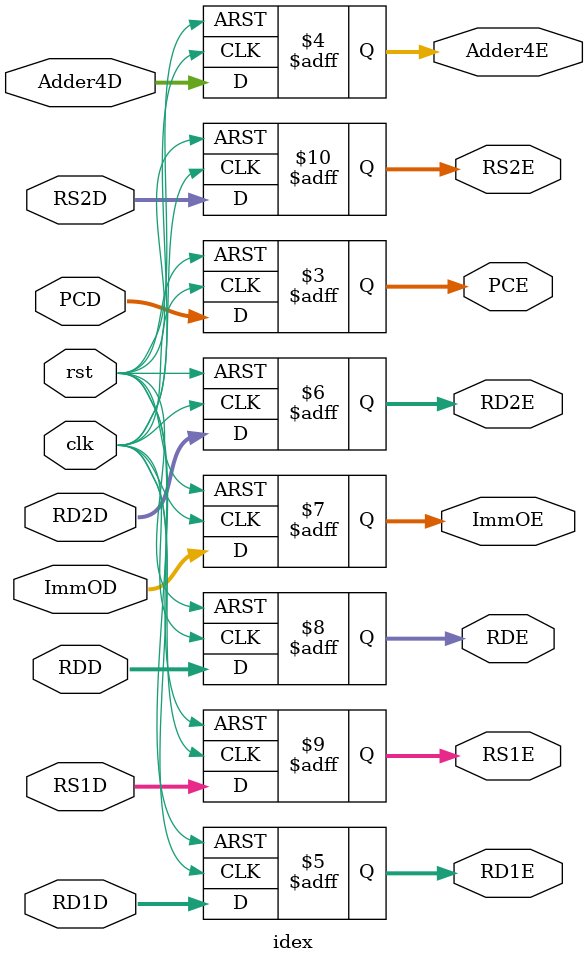
<source format=v>
module idex (
    input  wire        clk,
    input  wire        rst,
    input  wire [31:0] PCD,
    input  wire [31:0] Adder4D,
    input  wire [31:0] RD1D,
    input  wire [31:0] RD2D,
    input  wire [31:0] ImmOD,
    input  wire [4:0]  RDD, RS1D, RS2D,
    output reg  [31:0] PCE,
    output reg  [31:0] Adder4E,
    output reg  [31:0] RD1E,
    output reg  [31:0] RD2E,
    output reg  [31:0] ImmOE,
    output reg  [4:0]  RDE, RS1E, RS2E
);

always @(posedge clk or negedge rst) begin
    if (!rst) begin
        PCE      <= 32'b0;
        Adder4E  <= 32'b0;
        RD1E     <= 32'b0;
        RD2E     <= 32'b0;
        ImmOE    <= 32'b0;
        RDE      <= 5'b0;
		  RS1E      <= 5'b0;
		  RS2E      <= 5'b0;
    end else begin
        PCE      <= PCD;
        Adder4E  <= Adder4D;
        RD1E     <= RD1D;
        RD2E     <= RD2D;
        ImmOE    <= ImmOD;
        RDE      <= RDD;
		  RS1E      <= RS1D;
		  RS2E      <= RS2D;
    end
end

endmodule

</source>
